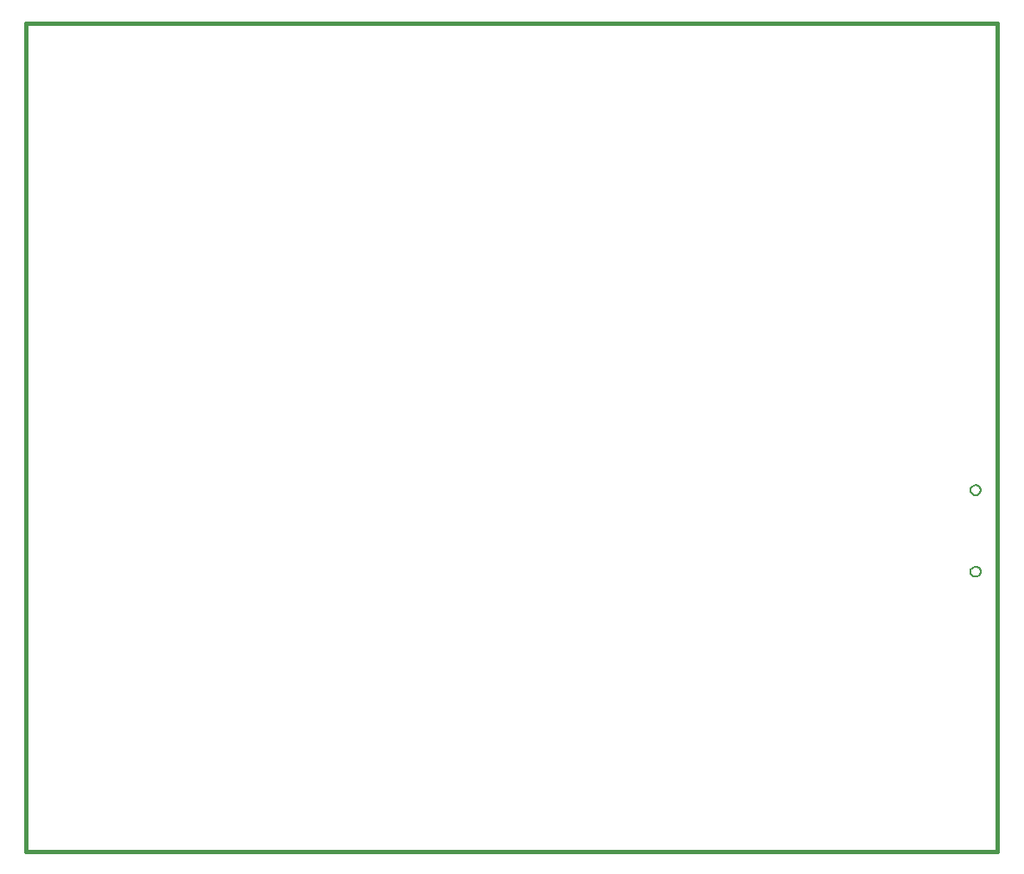
<source format=gbr>
G04 (created by PCBNEW-RS274X (2012-01-19 BZR 3256)-stable) date 08/10/2012 04:37:32*
G01*
G70*
G90*
%MOIN*%
G04 Gerber Fmt 3.4, Leading zero omitted, Abs format*
%FSLAX34Y34*%
G04 APERTURE LIST*
%ADD10C,0.006000*%
%ADD11C,0.015000*%
%ADD12C,0.005000*%
G04 APERTURE END LIST*
G54D10*
G54D11*
X47500Y-06000D02*
X47500Y-38000D01*
X10000Y-06000D02*
X47500Y-06000D01*
X10000Y-38000D02*
X10000Y-06000D01*
X10000Y-38000D02*
X47500Y-38000D01*
G54D12*
X46843Y-24049D02*
X46839Y-24087D01*
X46828Y-24124D01*
X46810Y-24158D01*
X46785Y-24187D01*
X46756Y-24212D01*
X46722Y-24230D01*
X46685Y-24241D01*
X46647Y-24245D01*
X46610Y-24242D01*
X46573Y-24231D01*
X46539Y-24213D01*
X46509Y-24189D01*
X46484Y-24160D01*
X46465Y-24126D01*
X46454Y-24089D01*
X46450Y-24051D01*
X46453Y-24014D01*
X46463Y-23977D01*
X46481Y-23943D01*
X46505Y-23913D01*
X46534Y-23888D01*
X46568Y-23869D01*
X46604Y-23857D01*
X46642Y-23853D01*
X46680Y-23855D01*
X46717Y-23866D01*
X46751Y-23883D01*
X46781Y-23907D01*
X46806Y-23936D01*
X46825Y-23969D01*
X46838Y-24006D01*
X46842Y-24044D01*
X46843Y-24049D01*
X46843Y-27199D02*
X46839Y-27237D01*
X46828Y-27274D01*
X46810Y-27308D01*
X46785Y-27337D01*
X46756Y-27362D01*
X46722Y-27380D01*
X46685Y-27391D01*
X46647Y-27395D01*
X46610Y-27392D01*
X46573Y-27381D01*
X46539Y-27363D01*
X46509Y-27339D01*
X46484Y-27310D01*
X46465Y-27276D01*
X46454Y-27239D01*
X46450Y-27201D01*
X46453Y-27164D01*
X46463Y-27127D01*
X46481Y-27093D01*
X46505Y-27063D01*
X46534Y-27038D01*
X46568Y-27019D01*
X46604Y-27007D01*
X46642Y-27003D01*
X46680Y-27005D01*
X46717Y-27016D01*
X46751Y-27033D01*
X46781Y-27057D01*
X46806Y-27086D01*
X46825Y-27119D01*
X46838Y-27156D01*
X46842Y-27194D01*
X46843Y-27199D01*
M02*

</source>
